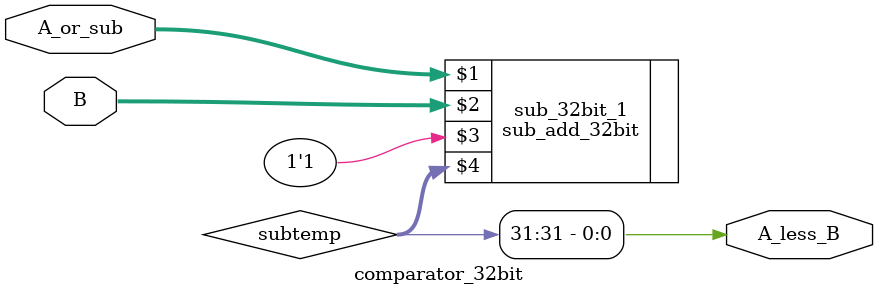
<source format=v>
module comparator_32bit(
input [31:0] A_or_sub,
input [31:0] B,
output A_less_B
);

wire [31:0] subtemp;


sub_add_32bit sub_32bit_1(A_or_sub,B,1'b1,subtemp);
//assign subtemp = A_or_sub - B;
xor xor1(A_less_B,subtemp[31],1'b0);//mossignificabt bite bak
//xor xor2(temp,subtemp,32'b00000000000000000000000000000000);

endmodule

</source>
